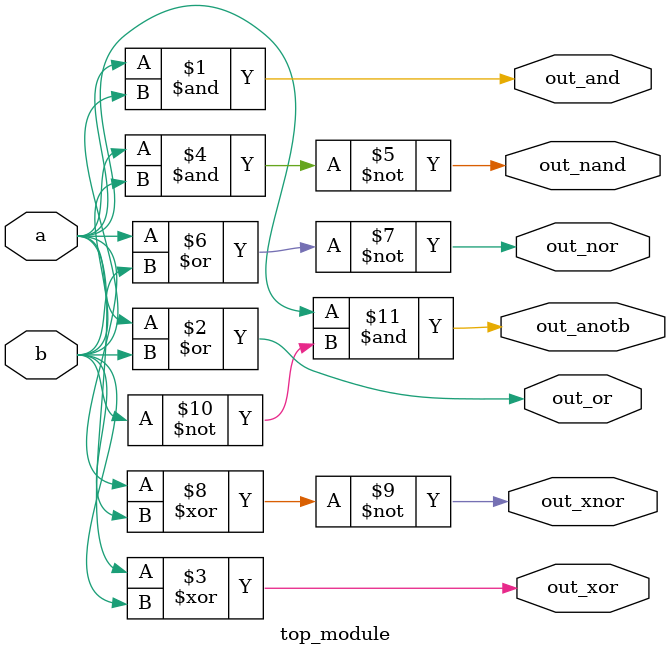
<source format=sv>
module top_module (input a, input b, 
	output out_and, output out_or, output out_xor,
	output out_nand, output out_nor, output out_xnor,
	output out_anotb);

	assign out_and = a & b;
	assign out_or = a | b;
	assign out_xor = a ^ b;
	assign out_nand = ~(a & b);
	assign out_nor = ~(a | b);
	assign out_xnor = ~(a ^ b);
	assign out_anotb = a & ~b;

endmodule

</source>
